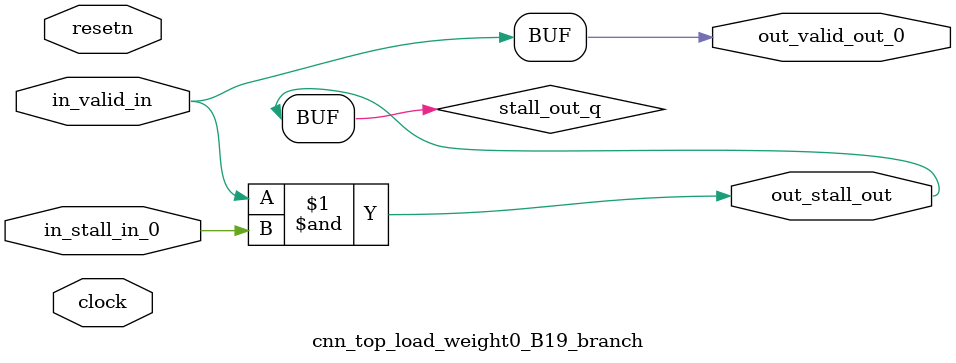
<source format=sv>



(* altera_attribute = "-name AUTO_SHIFT_REGISTER_RECOGNITION OFF; -name MESSAGE_DISABLE 10036; -name MESSAGE_DISABLE 10037; -name MESSAGE_DISABLE 14130; -name MESSAGE_DISABLE 14320; -name MESSAGE_DISABLE 15400; -name MESSAGE_DISABLE 14130; -name MESSAGE_DISABLE 10036; -name MESSAGE_DISABLE 12020; -name MESSAGE_DISABLE 12030; -name MESSAGE_DISABLE 12010; -name MESSAGE_DISABLE 12110; -name MESSAGE_DISABLE 14320; -name MESSAGE_DISABLE 13410; -name MESSAGE_DISABLE 113007; -name MESSAGE_DISABLE 10958" *)
module cnn_top_load_weight0_B19_branch (
    input wire [0:0] in_stall_in_0,
    input wire [0:0] in_valid_in,
    output wire [0:0] out_stall_out,
    output wire [0:0] out_valid_out_0,
    input wire clock,
    input wire resetn
    );

    wire [0:0] stall_out_q;


    // stall_out(LOGICAL,6)
    assign stall_out_q = in_valid_in & in_stall_in_0;

    // out_stall_out(GPOUT,4)
    assign out_stall_out = stall_out_q;

    // out_valid_out_0(GPOUT,5)
    assign out_valid_out_0 = in_valid_in;

endmodule

</source>
